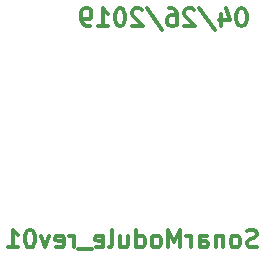
<source format=gbr>
G04 #@! TF.FileFunction,Legend,Bot*
%FSLAX46Y46*%
G04 Gerber Fmt 4.6, Leading zero omitted, Abs format (unit mm)*
G04 Created by KiCad (PCBNEW 4.0.7) date 04/26/19 15:52:11*
%MOMM*%
%LPD*%
G01*
G04 APERTURE LIST*
%ADD10C,0.050000*%
%ADD11C,0.300000*%
G04 APERTURE END LIST*
D10*
D11*
X183635713Y-74007143D02*
X183421427Y-74078571D01*
X183064284Y-74078571D01*
X182921427Y-74007143D01*
X182849998Y-73935714D01*
X182778570Y-73792857D01*
X182778570Y-73650000D01*
X182849998Y-73507143D01*
X182921427Y-73435714D01*
X183064284Y-73364286D01*
X183349998Y-73292857D01*
X183492856Y-73221429D01*
X183564284Y-73150000D01*
X183635713Y-73007143D01*
X183635713Y-72864286D01*
X183564284Y-72721429D01*
X183492856Y-72650000D01*
X183349998Y-72578571D01*
X182992856Y-72578571D01*
X182778570Y-72650000D01*
X181921427Y-74078571D02*
X182064285Y-74007143D01*
X182135713Y-73935714D01*
X182207142Y-73792857D01*
X182207142Y-73364286D01*
X182135713Y-73221429D01*
X182064285Y-73150000D01*
X181921427Y-73078571D01*
X181707142Y-73078571D01*
X181564285Y-73150000D01*
X181492856Y-73221429D01*
X181421427Y-73364286D01*
X181421427Y-73792857D01*
X181492856Y-73935714D01*
X181564285Y-74007143D01*
X181707142Y-74078571D01*
X181921427Y-74078571D01*
X180778570Y-73078571D02*
X180778570Y-74078571D01*
X180778570Y-73221429D02*
X180707142Y-73150000D01*
X180564284Y-73078571D01*
X180349999Y-73078571D01*
X180207142Y-73150000D01*
X180135713Y-73292857D01*
X180135713Y-74078571D01*
X178778570Y-74078571D02*
X178778570Y-73292857D01*
X178849999Y-73150000D01*
X178992856Y-73078571D01*
X179278570Y-73078571D01*
X179421427Y-73150000D01*
X178778570Y-74007143D02*
X178921427Y-74078571D01*
X179278570Y-74078571D01*
X179421427Y-74007143D01*
X179492856Y-73864286D01*
X179492856Y-73721429D01*
X179421427Y-73578571D01*
X179278570Y-73507143D01*
X178921427Y-73507143D01*
X178778570Y-73435714D01*
X178064284Y-74078571D02*
X178064284Y-73078571D01*
X178064284Y-73364286D02*
X177992856Y-73221429D01*
X177921427Y-73150000D01*
X177778570Y-73078571D01*
X177635713Y-73078571D01*
X177135713Y-74078571D02*
X177135713Y-72578571D01*
X176635713Y-73650000D01*
X176135713Y-72578571D01*
X176135713Y-74078571D01*
X175207141Y-74078571D02*
X175349999Y-74007143D01*
X175421427Y-73935714D01*
X175492856Y-73792857D01*
X175492856Y-73364286D01*
X175421427Y-73221429D01*
X175349999Y-73150000D01*
X175207141Y-73078571D01*
X174992856Y-73078571D01*
X174849999Y-73150000D01*
X174778570Y-73221429D01*
X174707141Y-73364286D01*
X174707141Y-73792857D01*
X174778570Y-73935714D01*
X174849999Y-74007143D01*
X174992856Y-74078571D01*
X175207141Y-74078571D01*
X173421427Y-74078571D02*
X173421427Y-72578571D01*
X173421427Y-74007143D02*
X173564284Y-74078571D01*
X173849998Y-74078571D01*
X173992856Y-74007143D01*
X174064284Y-73935714D01*
X174135713Y-73792857D01*
X174135713Y-73364286D01*
X174064284Y-73221429D01*
X173992856Y-73150000D01*
X173849998Y-73078571D01*
X173564284Y-73078571D01*
X173421427Y-73150000D01*
X172064284Y-73078571D02*
X172064284Y-74078571D01*
X172707141Y-73078571D02*
X172707141Y-73864286D01*
X172635713Y-74007143D01*
X172492855Y-74078571D01*
X172278570Y-74078571D01*
X172135713Y-74007143D01*
X172064284Y-73935714D01*
X171135712Y-74078571D02*
X171278570Y-74007143D01*
X171349998Y-73864286D01*
X171349998Y-72578571D01*
X169992856Y-74007143D02*
X170135713Y-74078571D01*
X170421427Y-74078571D01*
X170564284Y-74007143D01*
X170635713Y-73864286D01*
X170635713Y-73292857D01*
X170564284Y-73150000D01*
X170421427Y-73078571D01*
X170135713Y-73078571D01*
X169992856Y-73150000D01*
X169921427Y-73292857D01*
X169921427Y-73435714D01*
X170635713Y-73578571D01*
X169635713Y-74221429D02*
X168492856Y-74221429D01*
X168135713Y-74078571D02*
X168135713Y-73078571D01*
X168135713Y-73364286D02*
X168064285Y-73221429D01*
X167992856Y-73150000D01*
X167849999Y-73078571D01*
X167707142Y-73078571D01*
X166635714Y-74007143D02*
X166778571Y-74078571D01*
X167064285Y-74078571D01*
X167207142Y-74007143D01*
X167278571Y-73864286D01*
X167278571Y-73292857D01*
X167207142Y-73150000D01*
X167064285Y-73078571D01*
X166778571Y-73078571D01*
X166635714Y-73150000D01*
X166564285Y-73292857D01*
X166564285Y-73435714D01*
X167278571Y-73578571D01*
X166064285Y-73078571D02*
X165707142Y-74078571D01*
X165350000Y-73078571D01*
X164492857Y-72578571D02*
X164350000Y-72578571D01*
X164207143Y-72650000D01*
X164135714Y-72721429D01*
X164064285Y-72864286D01*
X163992857Y-73150000D01*
X163992857Y-73507143D01*
X164064285Y-73792857D01*
X164135714Y-73935714D01*
X164207143Y-74007143D01*
X164350000Y-74078571D01*
X164492857Y-74078571D01*
X164635714Y-74007143D01*
X164707143Y-73935714D01*
X164778571Y-73792857D01*
X164850000Y-73507143D01*
X164850000Y-73150000D01*
X164778571Y-72864286D01*
X164707143Y-72721429D01*
X164635714Y-72650000D01*
X164492857Y-72578571D01*
X162564286Y-74078571D02*
X163421429Y-74078571D01*
X162992857Y-74078571D02*
X162992857Y-72578571D01*
X163135714Y-72792857D01*
X163278572Y-72935714D01*
X163421429Y-73007143D01*
X182402856Y-53848571D02*
X182259999Y-53848571D01*
X182117142Y-53920000D01*
X182045713Y-53991429D01*
X181974284Y-54134286D01*
X181902856Y-54420000D01*
X181902856Y-54777143D01*
X181974284Y-55062857D01*
X182045713Y-55205714D01*
X182117142Y-55277143D01*
X182259999Y-55348571D01*
X182402856Y-55348571D01*
X182545713Y-55277143D01*
X182617142Y-55205714D01*
X182688570Y-55062857D01*
X182759999Y-54777143D01*
X182759999Y-54420000D01*
X182688570Y-54134286D01*
X182617142Y-53991429D01*
X182545713Y-53920000D01*
X182402856Y-53848571D01*
X180617142Y-54348571D02*
X180617142Y-55348571D01*
X180974285Y-53777143D02*
X181331428Y-54848571D01*
X180402856Y-54848571D01*
X178760000Y-53777143D02*
X180045714Y-55705714D01*
X178331428Y-53991429D02*
X178259999Y-53920000D01*
X178117142Y-53848571D01*
X177759999Y-53848571D01*
X177617142Y-53920000D01*
X177545713Y-53991429D01*
X177474285Y-54134286D01*
X177474285Y-54277143D01*
X177545713Y-54491429D01*
X178402856Y-55348571D01*
X177474285Y-55348571D01*
X176188571Y-53848571D02*
X176474285Y-53848571D01*
X176617142Y-53920000D01*
X176688571Y-53991429D01*
X176831428Y-54205714D01*
X176902857Y-54491429D01*
X176902857Y-55062857D01*
X176831428Y-55205714D01*
X176760000Y-55277143D01*
X176617142Y-55348571D01*
X176331428Y-55348571D01*
X176188571Y-55277143D01*
X176117142Y-55205714D01*
X176045714Y-55062857D01*
X176045714Y-54705714D01*
X176117142Y-54562857D01*
X176188571Y-54491429D01*
X176331428Y-54420000D01*
X176617142Y-54420000D01*
X176760000Y-54491429D01*
X176831428Y-54562857D01*
X176902857Y-54705714D01*
X174331429Y-53777143D02*
X175617143Y-55705714D01*
X173902857Y-53991429D02*
X173831428Y-53920000D01*
X173688571Y-53848571D01*
X173331428Y-53848571D01*
X173188571Y-53920000D01*
X173117142Y-53991429D01*
X173045714Y-54134286D01*
X173045714Y-54277143D01*
X173117142Y-54491429D01*
X173974285Y-55348571D01*
X173045714Y-55348571D01*
X172117143Y-53848571D02*
X171974286Y-53848571D01*
X171831429Y-53920000D01*
X171760000Y-53991429D01*
X171688571Y-54134286D01*
X171617143Y-54420000D01*
X171617143Y-54777143D01*
X171688571Y-55062857D01*
X171760000Y-55205714D01*
X171831429Y-55277143D01*
X171974286Y-55348571D01*
X172117143Y-55348571D01*
X172260000Y-55277143D01*
X172331429Y-55205714D01*
X172402857Y-55062857D01*
X172474286Y-54777143D01*
X172474286Y-54420000D01*
X172402857Y-54134286D01*
X172331429Y-53991429D01*
X172260000Y-53920000D01*
X172117143Y-53848571D01*
X170188572Y-55348571D02*
X171045715Y-55348571D01*
X170617143Y-55348571D02*
X170617143Y-53848571D01*
X170760000Y-54062857D01*
X170902858Y-54205714D01*
X171045715Y-54277143D01*
X169474287Y-55348571D02*
X169188572Y-55348571D01*
X169045715Y-55277143D01*
X168974287Y-55205714D01*
X168831429Y-54991429D01*
X168760001Y-54705714D01*
X168760001Y-54134286D01*
X168831429Y-53991429D01*
X168902858Y-53920000D01*
X169045715Y-53848571D01*
X169331429Y-53848571D01*
X169474287Y-53920000D01*
X169545715Y-53991429D01*
X169617144Y-54134286D01*
X169617144Y-54491429D01*
X169545715Y-54634286D01*
X169474287Y-54705714D01*
X169331429Y-54777143D01*
X169045715Y-54777143D01*
X168902858Y-54705714D01*
X168831429Y-54634286D01*
X168760001Y-54491429D01*
M02*

</source>
